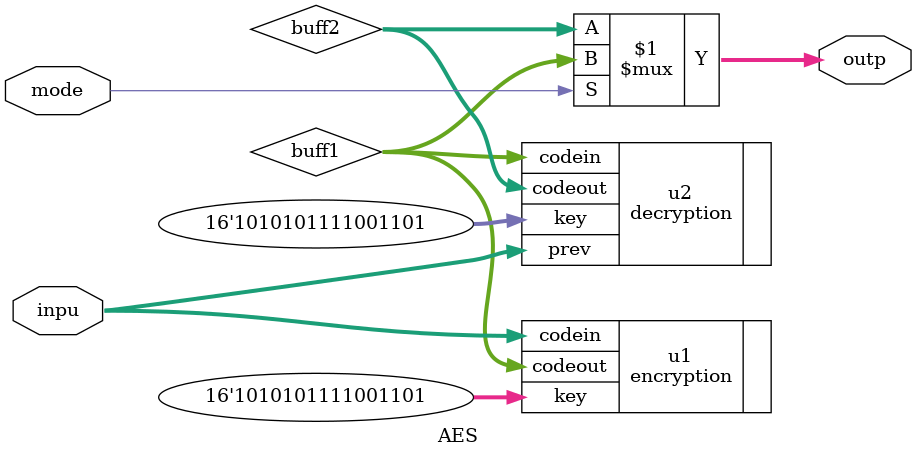
<source format=v>
`timescale 1ns / 1ps

module AES(
		output[15:0] outp, 
		input[15:0] inpu, 
		input mode,
    );
    wire [15:0] buff1,buff2;
    
	encryption u1(.codein(inpu),.key(16'habcd),.codeout(buff1));
	
	decryption u2(.codein(buff1),.key(16'habcd),.codeout(buff2),.prev(inpu));
	
	assign outp= mode?buff1:buff2;
	
endmodule

</source>
